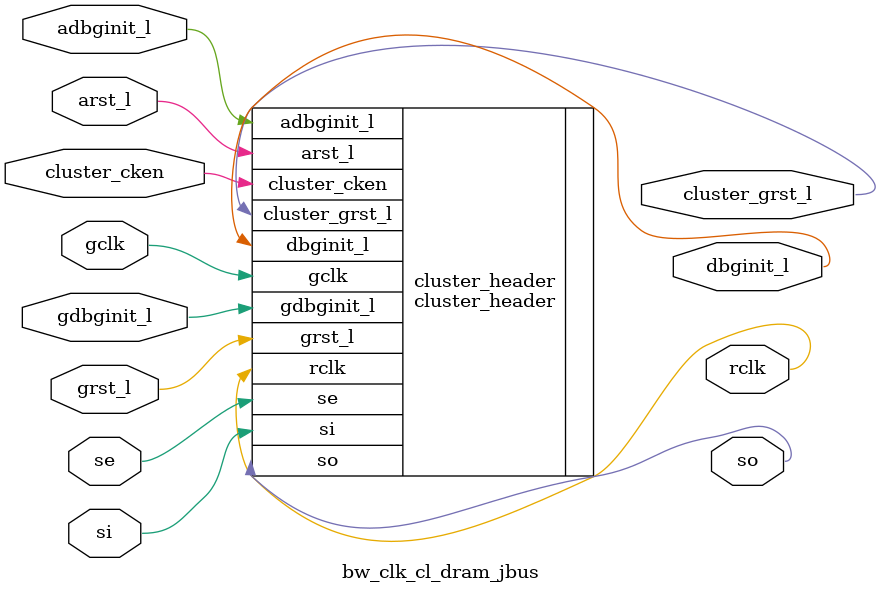
<source format=v>
module bw_clk_cl_dram_jbus (/*AUTOARG*/
   // Outputs
   so, rclk, dbginit_l, cluster_grst_l, 
   // Inputs
   si, se, grst_l, gdbginit_l, gclk, cluster_cken, arst_l, 
   adbginit_l
   );

   /*AUTOOUTPUT*/
   // Beginning of automatic outputs (from unused autoinst outputs)
   output		cluster_grst_l;		// From cluster_header of cluster_header.v
   output		dbginit_l;		// From cluster_header of cluster_header.v
   output		rclk;			// From cluster_header of cluster_header.v
   output		so;			// From cluster_header of cluster_header.v
   // End of automatics
   
   /*AUTOINPUT*/
   // Beginning of automatic inputs (from unused autoinst inputs)
   input		adbginit_l;		// To cluster_header of cluster_header.v
   input		arst_l;			// To cluster_header of cluster_header.v
   input		cluster_cken;		// To cluster_header of cluster_header.v
   input		gclk;			// To cluster_header of cluster_header.v
   input		gdbginit_l;		// To cluster_header of cluster_header.v
   input		grst_l;			// To cluster_header of cluster_header.v
   input		se;			// To cluster_header of cluster_header.v
   input		si;			// To cluster_header of cluster_header.v
   // End of automatics

   /* cluster_header AUTO_TEMPLATE (
    ); */

   cluster_header cluster_header
   (/*AUTOINST*/
    // Outputs
    .dbginit_l				(dbginit_l),
    .cluster_grst_l			(cluster_grst_l),
    .rclk				(rclk),
    .so					(so),
    // Inputs
    .gclk				(gclk),
    .cluster_cken			(cluster_cken),
    .arst_l				(arst_l),
    .grst_l				(grst_l),
    .adbginit_l				(adbginit_l),
    .gdbginit_l				(gdbginit_l),
    .si					(si),
    .se					(se));

endmodule // bw_clk_cl_ddr_ddr

// Local Variables:
// verilog-library-directories:("../../common/rtl")
// verilog-auto-sense-defines-constant:t
// End:

</source>
